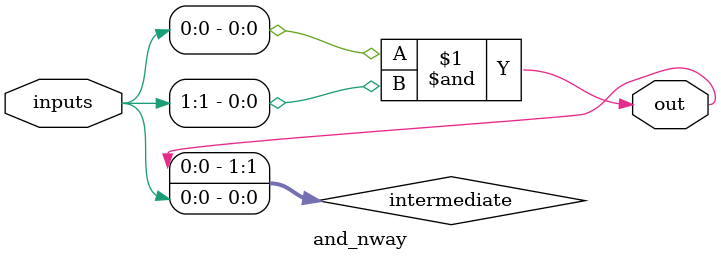
<source format=v>

module and_nway
#(parameter NB_IN = 2)
(output out, input [NB_IN - 1:0] inputs);
  wire [NB_IN - 1:0] intermediate;

  genvar i;
  assign intermediate[0] = inputs[0];

  generate
    for (i = 1; i < NB_IN; i = i + 1) begin: and_chain
      and and_gate(intermediate[i], intermediate[i - 1], inputs[i]);
    end
  endgenerate

  assign out = intermediate[NB_IN - 1];
endmodule

</source>
